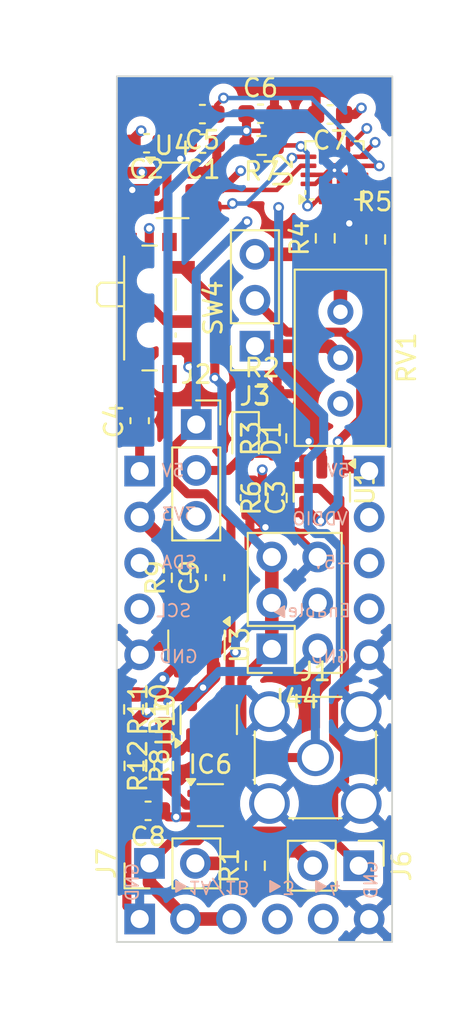
<source format=kicad_pcb>
(kicad_pcb (version 20241229) (generator "pcbnew") (generator_version "9.0")
  (layers (0 "F.Cu" signal) (4 "In1.Cu" signal) (6 "In2.Cu" signal) (2 "B.Cu" signal) (13 "F.Paste" user) (15 "B.Paste" user) (5 "F.SilkS" user "F.Silkscreen") (7 "B.SilkS" user "B.Silkscreen") (1 "F.Mask" user) (3 "B.Mask" user) (25 "Edge.Cuts" user))
  (net 0 "")
  (net 1 "GND")
  (net 2 "Net-(U4-Vref)")
  (net 3 "Net-(U4-VDD)")
  (net 4 "3.3V")
  (net 5 "/V_LSL_LDO")
  (net 6 "/5V")
  (net 7 "Net-(SW4-B)")
  (net 8 "A3.3V")
  (net 9 "Net-(U3-IN)")
  (net 10 "/V_LSL_load")
  (net 11 "/VDDIO")
  (net 12 "/Vout_diff")
  (net 13 "/SCL")
  (net 14 "/-5V")
  (net 15 "/LDO_EN_EXT")
  (net 16 "/SDA")
  (net 17 "/Vout_B")
  (net 18 "Net-(D1-K)")
  (net 19 "Net-(D1-A)")
  (net 20 "/REF_INA")
  (net 21 "/ADC0")
  (net 22 "/V_ldo_feedback")
  (net 23 "/DAC_out")
  (net 24 "Net-(J3-Pin_1)")
  (net 25 "Net-(J6-Pin_2)")
  (net 26 "Net-(J7-Pin_2)")
  (net 27 "Net-(J44-Pin_4)")
  (net 28 "Net-(R5-Pad1)")
  (net 29 "Net-(U2-!RESET)")
  (net 30 "Net-(U3-FB)")
  (net 31 "Net-(U3-EN)")
  (net 32 "Net-(U10-+)")
  (footprint "Connector_Coaxial:SMA_Amphenol_901-144_Vertical" (layer "F.Cu") (at 133.0425 102.325)
    (property "Reference" "J1" (at 0 -4.75 0) (layer "F.SilkS"))
    (property "Value" "Conn_Coaxial")
    (pad "1" thru_hole circle (at 0 0) (size 2.05 2.05) (drill 1.5) (layers "*.Cu" "*.Mask") (net 21 "/ADC0"))
    (pad "2" thru_hole circle (at -2.54 -2.54) (size 2.25 2.25) (drill 1.7) (layers "*.Cu" "*.Mask") (net 1 "GND"))
    (pad "2" thru_hole circle (at -2.54 2.54) (size 2.25 2.25) (drill 1.7) (layers "*.Cu" "*.Mask") (net 1 "GND"))
    (pad "2" thru_hole circle (at 2.54 -2.54) (size 2.25 2.25) (drill 1.7) (layers "*.Cu" "*.Mask") (net 1 "GND"))
    (pad "2" thru_hole circle (at 2.54 2.54) (size 2.25 2.25) (drill 1.7) (layers "*.Cu" "*.Mask") (net 1 "GND"))
  )
  (footprint "heep-footprints:chewing-gum-pcb" (layer "F.Cu") (at 122.05 112.52)
    (property "Reference" "CG1" (hide yes))
    (property "Value" "BOARD_CONNECTOR" (hide yes))
    (fp_line (start 0 -27.94) (end 0 0) (stroke (width 0.1)) (layer "Edge.Cuts"))
    (fp_line (start 0 0) (end 15.24 0) (stroke (width 0.1)) (layer "Edge.Cuts"))
    (fp_line (start 15.24 0) (end 15.24 -27.94) (stroke (width 0.1)) (layer "Edge.Cuts"))
    (fp_text user "GND" (at 14.478 -4.572 90) (layer "B.SilkS") (effects (font (size 0.7 0.7) (thickness 0.1)) (justify left bottom mirror)))
    (fp_text user "VDDIO" (at 9.652 -22.987 0) (layer "B.SilkS") (effects (font (size 0.7 0.7) (thickness 0.1)) (justify right bottom mirror)))
    (fp_text user "5V" (at 2.413 -25.654 0) (layer "B.SilkS") (effects (font (size 0.7 0.7) (thickness 0.1)) (justify right bottom mirror)))
    (fp_text user "SCL" (at 4.191 -17.907 0) (layer "B.SilkS") (effects (font (size 0.7 0.7) (thickness 0.1)) (justify left bottom mirror)))
    (fp_text user "SDA" (at 2.413 -20.574 0) (layer "B.SilkS") (effects (font (size 0.7 0.7) (thickness 0.1)) (justify right bottom mirror)))
    (fp_text user "Enable▶" (at 8.509 -17.907 0) (layer "B.SilkS") (effects (font (size 0.7 0.7) (thickness 0.1)) (justify right bottom mirror)))
    (fp_text user "GND" (at 1.27 -4.445 90) (layer "B.SilkS") (effects (font (size 0.7 0.7) (thickness 0.1)) (justify left bottom mirror)))
    (fp_text user "3V3" (at 2.413 -23.241 0) (layer "B.SilkS") (effects (font (size 0.7 0.7) (thickness 0.1)) (justify right bottom mirror)))
    (fp_text user "GND" (at 10.668 -15.367 0) (layer "B.SilkS") (effects (font (size 0.7 0.7) (thickness 0.1)) (justify right bottom mirror)))
    (fp_text user "▶3" (at 8.255 -3.429 180) (layer "B.SilkS") (effects (font (size 0.7 0.7) (thickness 0.1)) (justify left bottom mirror)))
    (fp_text user "▶1A/1B" (at 3.048 -3.429 180) (layer "B.SilkS") (effects (font (size 0.7 0.7) (thickness 0.1)) (justify left bottom mirror)))
    (fp_text user "5V" (at 11.557 -25.654 0) (layer "B.SilkS") (effects (font (size 0.7 0.7) (thickness 0.1)) (justify right bottom mirror)))
    (fp_text user "GND" (at 2.286 -15.367 0) (layer "B.SilkS") (effects (font (size 0.7 0.7) (thickness 0.1)) (justify right bottom mirror)))
    (fp_text user "▶4" (at 10.795 -3.429 180) (layer "B.SilkS") (effects (font (size 0.7 0.7) (thickness 0.1)) (justify left bottom mirror)))
    (fp_text user "-5V" (at 10.795 -20.574 0) (layer "B.SilkS") (effects (font (size 0.7 0.7) (thickness 0.1)) (justify right bottom mirror)))
    (pad "A1" thru_hole rect (at 1.27 -26.035 90) (size 1.7 1.7) (drill 1) (layers "*.Cu" "*.Mask") (net 6 "/5V"))
    (pad "A2" thru_hole circle (at 1.27 -23.495 90) (size 1.7 1.7) (drill 1) (layers "*.Cu" "*.Mask") (net 4 "3.3V"))
    (pad "A3" thru_hole circle (at 1.27 -20.955 90) (size 1.7 1.7) (drill 1) (layers "*.Cu" "*.Mask") (net 16 "/SDA"))
    (pad "A4" thru_hole circle (at 1.27 -18.415 90) (size 1.7 1.7) (drill 1) (layers "*.Cu" "*.Mask") (net 13 "/SCL"))
    (pad "A5" thru_hole circle (at 1.27 -15.875 90) (size 1.7 1.7) (drill 1) (layers "*.Cu" "*.Mask") (net 1 "GND"))
    (pad "B1" thru_hole rect (at 13.97 -26.035 90) (size 1.7 1.7) (drill 1) (layers "*.Cu" "*.Mask") (net 6 "/5V"))
    (pad "B2" thru_hole circle (at 13.97 -23.495 90) (size 1.7 1.7) (drill 1) (layers "*.Cu" "*.Mask") (net 11 "/VDDIO"))
    (pad "B3" thru_hole circle (at 13.97 -20.955 90) (size 1.7 1.7) (drill 1) (layers "*.Cu" "*.Mask") (net 14 "/-5V"))
    (pad "B4" thru_hole circle (at 13.97 -18.415 90) (size 1.7 1.7) (drill 1) (layers "*.Cu" "*.Mask") (net 15 "/LDO_EN_EXT"))
    (pad "B5" thru_hole circle (at 13.97 -15.875 90) (size 1.7 1.7) (drill 1) (layers "*.Cu" "*.Mask") (net 1 "GND"))
    (pad "C1" thru_hole rect (at 1.27 -1.27) (size 1.7 1.7) (drill 1) (layers "*.Cu" "*.Mask") (net 1 "GND"))
    (pad "C2" thru_hole circle (at 3.81 -1.27) (size 1.7 1.7) (drill 1) (layers "*.Cu" "*.Mask") (net 10 "/V_LSL_load"))
    (pad "C3" thru_hole circle (at 6.35 -1.27) (size 1.7 1.7) (drill 1) (layers "*.Cu" "*.Mask") (net 10 "/V_LSL_load"))
    (pad "C4" thru_hole circle (at 8.89 -1.27) (size 1.7 1.7) (drill 1) (layers "*.Cu" "*.Mask") (net 12 "/Vout_diff"))
    (pad "C5" thru_hole circle (at 11.43 -1.27) (size 1.7 1.7) (drill 1) (layers "*.Cu" "*.Mask") (net 17 "/Vout_B"))
    (pad "C6" thru_hole circle (at 13.97 -1.27) (size 1.7 1.7) (drill 1) (layers "*.Cu" "*.Mask") (net 1 "GND"))
  )
  (footprint "Resistor_SMD:R_0603_1608Metric" (layer "F.Cu") (at 133.59 73.615 90)
    (property "Reference" "R4" (at 0 -1.43 90) (layer "F.SilkS"))
    (property "Value" "48.7k")
    (pad "1" smd roundrect (at -0.825 0 90) (size 0.8 0.95) (layers "F.Cu" "F.Mask" "F.Paste") (net 23 "/DAC_out"))
    (pad "2" smd roundrect (at 0.825 0 90) (size 0.8 0.95) (layers "F.Cu" "F.Mask" "F.Paste") (net 1 "GND"))
  )
  (footprint "Resistor_SMD:R_0603_1608Metric" (layer "F.Cu") (at 130.1 82.21)
    (property "Reference" "R2" (at 0 -1.43 0) (layer "F.SilkS"))
    (property "Value" "1k")
    (pad "1" smd roundrect (at -0.825 0) (size 0.8 0.95) (layers "F.Cu" "F.Mask" "F.Paste") (net 18 "Net-(D1-K)"))
    (pad "2" smd roundrect (at 0.825 0) (size 0.8 0.95) (layers "F.Cu" "F.Mask" "F.Paste") (net 1 "GND"))
  )
  (footprint "Capacitor_SMD:C_0603_1608Metric" (layer "F.Cu") (at 126.79 66.75 180)
    (property "Reference" "C5" (at 0 -1.43 0) (layer "F.SilkS"))
    (property "Value" "0.1u")
    (pad "1" smd roundrect (at -0.775 0 180) (size 0.9 0.95) (layers "F.Cu" "F.Mask" "F.Paste") (net 7 "Net-(SW4-B)"))
    (pad "2" smd roundrect (at 0.775 0 180) (size 0.9 0.95) (layers "F.Cu" "F.Mask" "F.Paste") (net 1 "GND"))
  )
  (footprint "Capacitor_SMD:C_0603_1608Metric" (layer "F.Cu") (at 130.005 66.73)
    (property "Reference" "C6" (at 0 -1.43 0) (layer "F.SilkS"))
    (property "Value" "0.1u")
    (pad "1" smd roundrect (at -0.775 0) (size 0.9 0.95) (layers "F.Cu" "F.Mask" "F.Paste") (net 4 "3.3V"))
    (pad "2" smd roundrect (at 0.775 0) (size 0.9 0.95) (layers "F.Cu" "F.Mask" "F.Paste") (net 1 "GND"))
  )
  (footprint "Resistor_SMD:R_0603_1608Metric" (layer "F.Cu") (at 125.6225 92.385 90)
    (property "Reference" "R9" (at 0 -1.43 90) (layer "F.SilkS"))
    (property "Value" "10k")
    (pad "1" smd roundrect (at -0.825 0 90) (size 0.8 0.95) (layers "F.Cu" "F.Mask" "F.Paste") (net 31 "Net-(U3-EN)"))
    (pad "2" smd roundrect (at 0.825 0 90) (size 0.8 0.95) (layers "F.Cu" "F.Mask" "F.Paste") (net 4 "3.3V"))
  )
  (footprint "Package_TO_SOT_SMD:SOT-23-5" (layer "F.Cu") (at 126.4625 96.0975 -90)
    (property "Reference" "U3" (at 0 -2.4 90) (layer "F.SilkS"))
    (property "Value" "TLV75801PDBV")
    (pad "1" smd roundrect (at -1.1375 -0.95 270) (size 1.325 0.6) (layers "F.Cu" "F.Mask" "F.Paste") (net 9 "Net-(U3-IN)"))
    (pad "2" smd roundrect (at -1.1375 0 270) (size 1.325 0.6) (layers "F.Cu" "F.Mask" "F.Paste") (net 1 "GND"))
    (pad "3" smd roundrect (at -1.1375 0.95 270) (size 1.325 0.6) (layers "F.Cu" "F.Mask" "F.Paste") (net 31 "Net-(U3-EN)"))
    (pad "4" smd roundrect (at 1.1375 0.95 270) (size 1.325 0.6) (layers "F.Cu" "F.Mask" "F.Paste") (net 30 "Net-(U3-FB)"))
    (pad "5" smd roundrect (at 1.1375 -0.95 270) (size 1.325 0.6) (layers "F.Cu" "F.Mask" "F.Paste") (net 8 "A3.3V"))
  )
  (footprint "Package_DFN_QFN:Texas_RTE0016D_WQFN-16-1EP_3x3mm_P0.5mm_EP0.8x0.8mm_ThermalVias" (layer "F.Cu") (at 134.1 69.8575 90)
    (property "Reference" "U2" (at 0 -2.83 90) (layer "F.SilkS"))
    (property "Value" "ADS1219")
    (pad "1" smd roundrect (at -1.4375 -0.75 90) (size 0.875 0.25) (layers "F.Cu" "F.Mask" "F.Paste") (net 29 "Net-(U2-!RESET)"))
    (pad "2" smd roundrect (at -1.4375 -0.25 90) (size 0.875 0.25) (layers "F.Cu" "F.Mask" "F.Paste") (net 1 "GND"))
    (pad "3" smd roundrect (at -1.4375 0.25 90) (size 0.875 0.25) (layers "F.Cu" "F.Mask" "F.Paste") (net 1 "GND"))
    (pad "4" smd roundrect (at -1.4375 0.75 90) (size 0.875 0.25) (layers "F.Cu" "F.Mask" "F.Paste"))
    (pad "5" smd roundrect (at -0.75 1.4375 90) (size 0.25 0.875) (layers "F.Cu" "F.Mask" "F.Paste"))
    (pad "6" smd roundrect (at -0.25 1.4375 90) (size 0.25 0.875) (layers "F.Cu" "F.Mask" "F.Paste") (net 1 "GND"))
    (pad "7" smd roundrect (at 0.25 1.4375 90) (size 0.25 0.875) (layers "F.Cu" "F.Mask" "F.Paste") (net 7 "Net-(SW4-B)"))
    (pad "8" smd roundrect (at 0.75 1.4375 90) (size 0.25 0.875) (layers "F.Cu" "F.Mask" "F.Paste") (net 5 "/V_LSL_LDO"))
    (pad "9" smd roundrect (at 1.4375 0.75 90) (size 0.875 0.25) (layers "F.Cu" "F.Mask" "F.Paste") (net 21 "/ADC0"))
    (pad "10" smd roundrect (at 1.4375 0.25 90) (size 0.875 0.25) (layers "F.Cu" "F.Mask" "F.Paste") (net 8 "A3.3V"))
    (pad "11" smd roundrect (at 1.4375 -0.25 90) (size 0.875 0.25) (layers "F.Cu" "F.Mask" "F.Paste") (net 4 "3.3V"))
    (pad "12" smd roundrect (at 1.4375 -0.75 90) (size 0.875 0.25) (layers "F.Cu" "F.Mask" "F.Paste"))
    (pad "13" smd roundrect (at 0.75 -1.4375 90) (size 0.25 0.875) (layers "F.Cu" "F.Mask" "F.Paste") (net 16 "/SDA"))
    (pad "14" smd roundrect (at 0.25 -1.4375 90) (size 0.25 0.875) (layers "F.Cu" "F.Mask" "F.Paste") (net 13 "/SCL"))
    (pad "15" smd roundrect (at -0.25 -1.4375 90) (size 0.25 0.875) (layers "F.Cu" "F.Mask" "F.Paste") (net 1 "GND"))
    (pad "16" smd roundrect (at -0.75 -1.4375 90) (size 0.25 0.875) (layers "F.Cu" "F.Mask" "F.Paste") (net 1 "GND"))
    (pad "17" thru_hole circle (at 0 0 90) (size 0.5 0.5) (drill 0.2) (property pad_prop_heatsink) (layers "*.Cu") (net 1 "GND"))
    (pad "17" smd rect (at 0 0 90) (size 0.5 0.5) (property pad_prop_heatsink) (layers "B.Cu") (net 1 "GND"))
    (pad "17" smd rect (at 0 0 90) (size 0.8 0.8) (property pad_prop_heatsink) (layers "F.Cu" "F.Mask") (net 1 "GND"))
  )
  (footprint "Connector_PinSocket_2.54mm:PinSocket_2x03_P2.54mm_Vertical" (layer "F.Cu") (at 130.6325 96.315 180)
    (property "Reference" "J44" (at -1.27 -2.77 0) (layer "F.SilkS"))
    (property "Value" "Conn_02x03_Odd_Even")
    (pad "1" thru_hole rect (at 0 0 180) (size 1.7 1.7) (drill 1) (layers "*.Cu" "*.Mask") (net 20 "/REF_INA"))
    (pad "2" thru_hole circle (at -2.54 0 180) (size 1.7 1.7) (drill 1) (layers "*.Cu" "*.Mask") (net 8 "A3.3V"))
    (pad "3" thru_hole circle (at 0 2.54 180) (size 1.7 1.7) (drill 1) (layers "*.Cu" "*.Mask") (net 20 "/REF_INA"))
    (pad "4" thru_hole circle (at -2.54 2.54 180) (size 1.7 1.7) (drill 1) (layers "*.Cu" "*.Mask") (net 27 "Net-(J44-Pin_4)"))
    (pad "5" thru_hole circle (at 0 5.08 180) (size 1.7 1.7) (drill 1) (layers "*.Cu" "*.Mask") (net 20 "/REF_INA"))
    (pad "6" thru_hole circle (at -2.54 5.08 180) (size 1.7 1.7) (drill 1) (layers "*.Cu" "*.Mask") (net 1 "GND"))
  )
  (footprint "Resistor_SMD:R_0603_1608Metric" (layer "F.Cu") (at 124.65 102.795 90)
    (property "Reference" "R12" (at 0 -1.43 90) (layer "F.SilkS"))
    (property "Value" "500")
    (pad "1" smd roundrect (at -0.825 0 90) (size 0.8 0.95) (layers "F.Cu" "F.Mask" "F.Paste") (net 1 "GND"))
    (pad "2" smd roundrect (at 0.825 0 90) (size 0.8 0.95) (layers "F.Cu" "F.Mask" "F.Paste") (net 32 "Net-(U10-+)"))
  )
  (footprint "Resistor_SMD:R_0603_1608Metric" (layer "F.Cu") (at 130.07 68.48 180)
    (property "Reference" "R7" (at 0 -1.43 0) (layer "F.SilkS"))
    (property "Value" "10k")
    (pad "1" smd roundrect (at -0.825 0 180) (size 0.8 0.95) (layers "F.Cu" "F.Mask" "F.Paste") (net 29 "Net-(U2-!RESET)"))
    (pad "2" smd roundrect (at 0.825 0 180) (size 0.8 0.95) (layers "F.Cu" "F.Mask" "F.Paste") (net 4 "3.3V"))
  )
  (footprint "Connector_PinSocket_2.54mm:PinSocket_1x03_P2.54mm_Vertical" (layer "F.Cu") (at 126.45 83.91)
    (property "Reference" "J2" (at 0 -2.77 0) (layer "F.SilkS"))
    (property "Value" "Conn_01x03")
    (pad "1" thru_hole rect (at 0 0) (size 1.7 1.7) (drill 1) (layers "*.Cu" "*.Mask") (net 8 "A3.3V"))
    (pad "2" thru_hole circle (at 0 2.54) (size 1.7 1.7) (drill 1) (layers "*.Cu" "*.Mask") (net 19 "Net-(D1-A)"))
    (pad "3" thru_hole circle (at 0 5.08) (size 1.7 1.7) (drill 1) (layers "*.Cu" "*.Mask") (net 15 "/LDO_EN_EXT"))
  )
  (footprint "Resistor_SMD:R_0603_1608Metric" (layer "F.Cu") (at 124.6625 99.655 90)
    (property "Reference" "R11" (at 0 -1.43 90) (layer "F.SilkS"))
    (property "Value" "500")
    (pad "1" smd roundrect (at -0.825 0 90) (size 0.8 0.95) (layers "F.Cu" "F.Mask" "F.Paste") (net 32 "Net-(U10-+)"))
    (pad "2" smd roundrect (at 0.825 0 90) (size 0.8 0.95) (layers "F.Cu" "F.Mask" "F.Paste") (net 8 "A3.3V"))
  )
  (footprint "Capacitor_SMD:C_0603_1608Metric" (layer "F.Cu") (at 129.42 87.955 -90)
    (property "Reference" "C3" (at 0 -1.43 90) (layer "F.SilkS"))
    (property "Value" "22u")
    (pad "1" smd roundrect (at -0.775 0 270) (size 0.9 0.95) (layers "F.Cu" "F.Mask" "F.Paste") (net 5 "/V_LSL_LDO"))
    (pad "2" smd roundrect (at 0.775 0 270) (size 0.9 0.95) (layers "F.Cu" "F.Mask" "F.Paste") (net 1 "GND"))
  )
  (footprint "Package_TO_SOT_SMD:TSOT-23-6_HandSoldering" (layer "F.Cu") (at 125.14 70.94)
    (property "Reference" "U4" (at 0 -2.45 0) (layer "F.SilkS"))
    (property "Value" "MCP4726")
    (pad "1" smd roundrect (at -1.71 -0.95) (size 2 0.65) (layers "F.Cu" "F.Mask" "F.Paste") (net 23 "/DAC_out"))
    (pad "2" smd roundrect (at -1.71 0) (size 2 0.65) (layers "F.Cu" "F.Mask" "F.Paste") (net 1 "GND"))
    (pad "3" smd roundrect (at -1.71 0.95) (size 2 0.65) (layers "F.Cu" "F.Mask" "F.Paste") (net 3 "Net-(U4-VDD)"))
    (pad "4" smd roundrect (at 1.71 0.95) (size 2 0.65) (layers "F.Cu" "F.Mask" "F.Paste") (net 16 "/SDA"))
    (pad "5" smd roundrect (at 1.71 0) (size 2 0.65) (layers "F.Cu" "F.Mask" "F.Paste") (net 13 "/SCL"))
    (pad "6" smd roundrect (at 1.71 -0.95) (size 2 0.65) (layers "F.Cu" "F.Mask" "F.Paste") (net 2 "Net-(U4-Vref)"))
  )
  (footprint "Capacitor_SMD:C_0603_1608Metric" (layer "F.Cu") (at 126.815 68.38 180)
    (property "Reference" "C1" (at 0 -1.43 0) (layer "F.SilkS"))
    (property "Value" "0.1u")
    (pad "1" smd roundrect (at -0.775 0 180) (size 0.9 0.95) (layers "F.Cu" "F.Mask" "F.Paste") (net 2 "Net-(U4-Vref)"))
    (pad "2" smd roundrect (at 0.775 0 180) (size 0.9 0.95) (layers "F.Cu" "F.Mask" "F.Paste") (net 1 "GND"))
  )
  (footprint "Capacitor_SMD:C_0603_1608Metric" (layer "F.Cu") (at 123.7 68.36 180)
    (property "Reference" "C2" (at 0 -1.43 0) (layer "F.SilkS"))
    (property "Value" "0.1u")
    (pad "1" smd roundrect (at -0.775 0 180) (size 0.9 0.95) (layers "F.Cu" "F.Mask" "F.Paste") (net 3 "Net-(U4-VDD)"))
    (pad "2" smd roundrect (at 0.775 0 180) (size 0.9 0.95) (layers "F.Cu" "F.Mask" "F.Paste") (net 4 "3.3V"))
  )
  (footprint "Button_Switch_SMD:SW_SPDT_PCM12" (layer "F.Cu") (at 124.19 77.47 -90)
    (property "Reference" "SW4" (at 0 -3.2 90) (layer "F.SilkS"))
    (property "Value" "SW_SPDT")
    (pad "" smd rect (at -3.65 -0.78 270) (size 1 0.8) (layers "F.Cu" "F.Mask" "F.Paste"))
    (pad "" smd rect (at -3.65 1.43 270) (size 1 0.8) (layers "F.Cu" "F.Mask" "F.Paste"))
    (pad "" np_thru_hole circle (at -1.5 0.33 270) (size 0.9 0.9) (drill 0.9) (layers "*.Cu" "*.Mask"))
    (pad "" np_thru_hole circle (at 1.5 0.33 270) (size 0.9 0.9) (drill 0.9) (layers "*.Cu" "*.Mask"))
    (pad "" smd rect (at 3.65 -0.78 270) (size 1 0.8) (layers "F.Cu" "F.Mask" "F.Paste"))
    (pad "" smd rect (at 3.65 1.43 270) (size 1 0.8) (layers "F.Cu" "F.Mask" "F.Paste"))
    (pad "1" smd rect (at -2.25 -1.43 270) (size 0.7 1.5) (layers "F.Cu" "F.Mask" "F.Paste") (net 20 "/REF_INA"))
    (pad "2" smd rect (at 0.75 -1.43 270) (size 0.7 1.5) (layers "F.Cu" "F.Mask" "F.Paste") (net 7 "Net-(SW4-B)"))
    (pad "3" smd rect (at 2.25 -1.43 270) (size 0.7 1.5) (layers "F.Cu" "F.Mask" "F.Paste") (net 8 "A3.3V"))
  )
  (footprint "Connector_PinHeader_2.54mm:PinHeader_1x02_P2.54mm_Vertical" (layer "F.Cu") (at 135.4425 108.305 -90)
    (property "Reference" "J6" (at 0 -2.38 90) (layer "F.SilkS"))
    (property "Value" "Conn_02x01")
    (pad "1" thru_hole rect (at 0 0 270) (size 1.7 1.7) (drill 1) (layers "*.Cu" "*.Mask") (net 5 "/V_LSL_LDO"))
    (pad "2" thru_hole circle (at 0 2.54 270) (size 1.7 1.7) (drill 1) (layers "*.Cu" "*.Mask") (net 25 "Net-(J6-Pin_2)"))
  )
  (footprint "Resistor_SMD:R_0603_1608Metric" (layer "F.Cu") (at 130.93 87.965 90)
    (property "Reference" "R6" (at 0 -1.43 90) (layer "F.SilkS"))
    (property "Value" "46k4")
    (pad "1" smd roundrect (at -0.825 0 90) (size 0.8 0.95) (layers "F.Cu" "F.Mask" "F.Paste") (net 22 "/V_ldo_feedback"))
    (pad "2" smd roundrect (at 0.825 0 90) (size 0.8 0.95) (layers "F.Cu" "F.Mask" "F.Paste") (net 5 "/V_LSL_LDO"))
  )
  (footprint "Resistor_SMD:R_0603_1608Metric" (layer "F.Cu") (at 129.7225 108.305 90)
    (property "Reference" "R1" (at 0 -1.43 90) (layer "F.SilkS"))
    (property "Value" "10")
    (pad "1" smd roundrect (at -0.825 0 90) (size 0.8 0.95) (layers "F.Cu" "F.Mask" "F.Paste") (net 26 "Net-(J7-Pin_2)"))
    (pad "2" smd roundrect (at 0.825 0 90) (size 0.8 0.95) (layers "F.Cu" "F.Mask" "F.Paste") (net 25 "Net-(J6-Pin_2)"))
  )
  (footprint "Package_TO_SOT_SMD:SOT-363_SC-70-6" (layer "F.Cu") (at 127.2325 104.955)
    (property "Reference" "IC6" (at 0 -2.25 0) (layer "F.SilkS"))
    (property "Value" "INA212AIDCKR")
    (pad "1" smd roundrect (at -0.95 -0.65) (size 0.65 0.4) (layers "F.Cu" "F.Mask" "F.Paste") (net 20 "/REF_INA"))
    (pad "2" smd roundrect (at -0.95 0) (size 0.65 0.4) (layers "F.Cu" "F.Mask" "F.Paste") (net 1 "GND"))
    (pad "3" smd roundrect (at -0.95 0.65) (size 0.65 0.4) (layers "F.Cu" "F.Mask" "F.Paste") (net 8 "A3.3V"))
    (pad "4" smd roundrect (at 0.95 0.65) (size 0.65 0.4) (layers "F.Cu" "F.Mask" "F.Paste") (net 5 "/V_LSL_LDO"))
    (pad "5" smd roundrect (at 0.95 0) (size 0.65 0.4) (layers "F.Cu" "F.Mask" "F.Paste") (net 10 "/V_LSL_load"))
    (pad "6" smd roundrect (at 0.95 -0.65) (size 0.65 0.4) (layers "F.Cu" "F.Mask" "F.Paste") (net 21 "/ADC0"))
  )
  (footprint "Resistor_SMD:R_0603_1608Metric" (layer "F.Cu") (at 130.91 84.68 90)
    (property "Reference" "R3" (at 0 -1.43 90) (layer "F.SilkS"))
    (property "Value" "10k")
    (pad "1" smd roundrect (at -0.825 0 90) (size 0.8 0.95) (layers "F.Cu" "F.Mask" "F.Paste") (net 19 "Net-(D1-A)"))
    (pad "2" smd roundrect (at 0.825 0 90) (size 0.8 0.95) (layers "F.Cu" "F.Mask" "F.Paste") (net 1 "GND"))
  )
  (footprint "Package_TO_SOT_SMD:SOT-23-5" (layer "F.Cu") (at 127.1425 100.2275 90)
    (property "Reference" "U10" (at 0 -2.4 90) (layer "F.SilkS"))
    (property "Value" "LM321")
    (pad "1" smd roundrect (at -1.1375 -0.95 90) (size 1.325 0.6) (layers "F.Cu" "F.Mask" "F.Paste") (net 32 "Net-(U10-+)"))
    (pad "2" smd roundrect (at -1.1375 0 90) (size 1.325 0.6) (layers "F.Cu" "F.Mask" "F.Paste") (net 1 "GND"))
    (pad "3" smd roundrect (at -1.1375 0.95 90) (size 1.325 0.6) (layers "F.Cu" "F.Mask" "F.Paste") (net 27 "Net-(J44-Pin_4)"))
    (pad "4" smd roundrect (at 1.1375 0.95 90) (size 1.325 0.6) (layers "F.Cu" "F.Mask" "F.Paste") (net 27 "Net-(J44-Pin_4)"))
    (pad "5" smd roundrect (at 1.1375 -0.95 90) (size 1.325 0.6) (layers "F.Cu" "F.Mask" "F.Paste") (net 8 "A3.3V"))
  )
  (footprint "Potentiometer_THT:Potentiometer_Bourns_3296W_Vertical" (layer "F.Cu") (at 134.43 82.76 -90)
    (property "Reference" "RV1" (at -2.54 -3.66 90) (layer "F.SilkS"))
    (property "Value" "500K")
    (pad "1" thru_hole circle (at 0 0 270) (size 1.44 1.44) (drill 0.8) (layers "*.Cu" "*.Mask"))
    (pad "2" thru_hole circle (at -2.54 0 270) (size 1.44 1.44) (drill 0.8) (layers "*.Cu" "*.Mask") (net 24 "Net-(J3-Pin_1)"))
    (pad "3" thru_hole circle (at -5.08 0 270) (size 1.44 1.44) (drill 0.8) (layers "*.Cu" "*.Mask") (net 28 "Net-(R5-Pad1)"))
  )
  (footprint "Capacitor_SMD:C_0603_1608Metric" (layer "F.Cu") (at 123.785 105.27 180)
    (property "Reference" "C8" (at 0 -1.43 0) (layer "F.SilkS"))
    (property "Value" "0.1u")
    (pad "1" smd roundrect (at -0.775 0 180) (size 0.9 0.95) (layers "F.Cu" "F.Mask" "F.Paste") (net 8 "A3.3V"))
    (pad "2" smd roundrect (at 0.775 0 180) (size 0.9 0.95) (layers "F.Cu" "F.Mask" "F.Paste") (net 1 "GND"))
  )
  (footprint "LED_SMD:LED_0603_1608Metric" (layer "F.Cu") (at 129.18 84.7075 -90)
    (property "Reference" "D1" (at 0 -1.43 90) (layer "F.SilkS"))
    (property "Value" "LED")
    (pad "1" smd roundrect (at -0.7875 0 270) (size 0.875 0.95) (layers "F.Cu" "F.Mask" "F.Paste") (net 18 "Net-(D1-K)"))
    (pad "2" smd roundrect (at 0.7875 0 270) (size 0.875 0.95) (layers "F.Cu" "F.Mask" "F.Paste") (net 19 "Net-(D1-A)"))
  )
  (footprint "Capacitor_SMD:C_0603_1608Metric" (layer "F.Cu") (at 133.86 66.77 180)
    (property "Reference" "C7" (at 0 -1.43 0) (layer "F.SilkS"))
    (property "Value" "0.1u")
    (pad "1" smd roundrect (at -0.775 0 180) (size 0.9 0.95) (layers "F.Cu" "F.Mask" "F.Paste") (net 8 "A3.3V"))
    (pad "2" smd roundrect (at 0.775 0 180) (size 0.9 0.95) (layers "F.Cu" "F.Mask" "F.Paste") (net 1 "GND"))
  )
  (footprint "Resistor_SMD:R_0603_1608Metric" (layer "F.Cu") (at 123.0025 102.785 -90)
    (property "Reference" "R8" (at 0 -1.43 90) (layer "F.SilkS"))
    (property "Value" "20k")
    (pad "1" smd roundrect (at -0.825 0 270) (size 0.8 0.95) (layers "F.Cu" "F.Mask" "F.Paste") (net 30 "Net-(U3-FB)"))
    (pad "2" smd roundrect (at 0.825 0 270) (size 0.8 0.95) (layers "F.Cu" "F.Mask" "F.Paste") (net 1 "GND"))
  )
  (footprint "Connector_PinSocket_2.54mm:PinSocket_1x03_P2.54mm_Vertical" (layer "F.Cu") (at 129.7 79.58 180)
    (property "Reference" "J3" (at 0 -2.77 0) (layer "F.SilkS"))
    (property "Value" "Conn_01x03")
    (pad "1" thru_hole rect (at 0 0 180) (size 1.7 1.7) (drill 1) (layers "*.Cu" "*.Mask") (net 24 "Net-(J3-Pin_1)"))
    (pad "2" thru_hole circle (at 0 2.54 180) (size 1.7 1.7) (drill 1) (layers "*.Cu" "*.Mask") (net 22 "/V_ldo_feedback"))
    (pad "3" thru_hole circle (at 0 5.08 180) (size 1.7 1.7) (drill 1) (layers "*.Cu" "*.Mask") (net 23 "/DAC_out"))
  )
  (footprint "Package_TO_SOT_SMD:SOT-23-5" (layer "F.Cu") (at 133.4 87.3725 -90)
    (property "Reference" "U1" (at 0 -2.4 90) (layer "F.SilkS"))
    (property "Value" "TLV75801PDBV")
    (pad "1" smd roundrect (at -1.1375 -0.95 270) (size 1.325 0.6) (layers "F.Cu" "F.Mask" "F.Paste") (net 6 "/5V"))
    (pad "2" smd roundrect (at -1.1375 0 270) (size 1.325 0.6) (layers "F.Cu" "F.Mask" "F.Paste") (net 1 "GND"))
    (pad "3" smd roundrect (at -1.1375 0.95 270) (size 1.325 0.6) (layers "F.Cu" "F.Mask" "F.Paste") (net 19 "Net-(D1-A)"))
    (pad "4" smd roundrect (at 1.1375 0.95 270) (size 1.325 0.6) (layers "F.Cu" "F.Mask" "F.Paste") (net 22 "/V_ldo_feedback"))
    (pad "5" smd roundrect (at 1.1375 -0.95 270) (size 1.325 0.6) (layers "F.Cu" "F.Mask" "F.Paste") (net 5 "/V_LSL_LDO"))
  )
  (footprint "Connector_PinHeader_2.54mm:PinHeader_1x02_P2.54mm_Vertical" (layer "F.Cu") (at 123.8625 108.175 90)
    (property "Reference" "J7" (at 0 -2.38 90) (layer "F.SilkS"))
    (property "Value" "Conn_02x01")
    (pad "1" thru_hole rect (at 0 0 90) (size 1.7 1.7) (drill 1) (layers "*.Cu" "*.Mask") (net 10 "/V_LSL_load"))
    (pad "2" thru_hole circle (at 0 2.54 90) (size 1.7 1.7) (drill 1) (layers "*.Cu" "*.Mask") (net 26 "Net-(J7-Pin_2)"))
  )
  (footprint "Resistor_SMD:R_0603_1608Metric" (layer "F.Cu") (at 136.38 73.68 90)
    (property "Reference" "R5" (at 2.08 -0.05 180) (layer "F.SilkS"))
    (property "Value" "36k")
    (pad "1" smd roundrect (at -0.825 0 90) (size 0.8 0.95) (layers "F.Cu" "F.Mask" "F.Paste") (net 28 "Net-(R5-Pad1)"))
    (pad "2" smd roundrect (at 0.825 0 90) (size 0.8 0.95) (layers "F.Cu" "F.Mask" "F.Paste") (net 1 "GND"))
  )
  (footprint "Resistor_SMD:R_0603_1608Metric" (layer "F.Cu") (at 122.9825 99.66 -90)
    (property "Reference" "R10" (at 0 -1.43 90) (layer "F.SilkS"))
    (property "Value" "100k")
    (pad "1" smd roundrect (at -0.825 0 270) (size 0.8 0.95) (layers "F.Cu" "F.Mask" "F.Paste") (net 8 "A3.3V"))
    (pad "2" smd roundrect (at 0.825 0 270) (size 0.8 0.95) (layers "F.Cu" "F.Mask" "F.Paste") (net 30 "Net-(U3-FB)"))
  )
  (footprint "Capacitor_SMD:C_0603_1608Metric" (layer "F.Cu") (at 127.4925 92.375 90)
    (property "Reference" "C9" (at 0 -1.43 90) (layer "F.SilkS"))
    (property "Value" "1u")
    (pad "1" smd roundrect (at -0.775 0 90) (size 0.9 0.95) (layers "F.Cu" "F.Mask" "F.Paste") (net 9 "Net-(U3-IN)"))
    (pad "2" smd roundrect (at 0.775 0 90) (size 0.9 0.95) (layers "F.Cu" "F.Mask" "F.Paste") (net 1 "GND"))
  )
  (footprint "Capacitor_SMD:C_0603_1608Metric" (layer "F.Cu") (at 123.32 83.7 90)
    (property "Reference" "C4" (at 0 -1.43 90) (layer "F.SilkS"))
    (property "Value" "10u")
    (pad "1" smd roundrect (at -0.775 0 90) (size 0.9 0.95) (layers "F.Cu" "F.Mask" "F.Paste") (net 6 "/5V"))
    (pad "2" smd roundrect (at 0.775 0 90) (size 0.9 0.95) (layers "F.Cu" "F.Mask" "F.Paste") (net 1 "GND"))
  )
  (gr_line (start 137.29 84.58) (end 137.300397 64.669348) (stroke (width 0.1)) (layer "Edge.Cuts"))
  (gr_line (start 137.300397 64.669348) (end 122.060397 64.659348) (stroke (width 0.1)) (layer "Edge.Cuts"))
  (gr_line (start 122.05 84.58) (end 122.06 65.42) (stroke (width 0.1)) (layer "Edge.Cuts"))
  (gr_line (start 122.06 65.42) (end 122.060397 64.659348) (stroke (width 0.1)) (layer "Edge.Cuts"))
  (segment (start 126.4625 94.96) (end 126.4625 95.603888) (width 0.5) (layer "F.Cu") (net 1))
  (segment (start 129.42 88.73) (end 130.281 89.591) (width 0.5) (layer "F.Cu") (net 1))
  (segment (start 127.1425 102.027499) (end 125.549999 103.62) (width 0.5) (layer "F.Cu") (net 1))
  (segment (start 127.4925 91.6) (end 126.6165 92.476) (width 0.5) (layer "F.Cu") (net 1))
  (segment (start 133.0425 70.6075) (end 133.7925 69.8575) (width 0.25) (layer "F.Cu") (net 1))
  (segment (start 132.6625 70.6075) (end 133.0425 70.6075) (width 0.25) (layer "F.Cu") (net 1))
  (segment (start 133.4 85.572501) (end 133.4 86.235) (width 0.5) (layer "F.Cu") (net 1))
  (segment (start 132.6625 70.1075) (end 133.85 70.1075) (width 0.25) (layer "F.Cu") (net 1))
  (segment (start 124.65 103.62) (end 124.65 103.708792) (width 0.5) (layer "F.Cu") (net 1))
  (segment (start 122.6115 110.5415) (end 123.32 111.25) (width 0.5) (layer "F.Cu") (net 1))
  (segment (start 130.281 89.591) (end 131.5285 89.591) (width 0.5) (layer "F.Cu") (net 1))
  (segment (start 124.65 103.708792) (end 125.896208 104.955) (width 0.5) (layer "F.Cu") (net 1))
  (segment (start 126.015 68.355) (end 126.04 68.38) (width 0.5) (layer "F.Cu") (net 1))
  (segment (start 123.7935 96.1715) (end 123.32 96.645) (width 0.5) (layer "F.Cu") (net 1))
  (segment (start 130.91 83.855) (end 131.682499 83.855) (width 0.5) (layer "F.Cu") (net 1))
  (segment (start 125.57 69.22) (end 125.57 68.85) (width 0.5) (layer "F.Cu") (net 1))
  (segment (start 130.78 66.73) (end 133.045 66.73) (width 0.5) (layer "F.Cu") (net 1))
  (segment (start 123.586 82.659) (end 127.495516 82.659) (width 0.5) (layer "F.Cu") (net 1))
  (segment (start 134.35 71.295) (end 134.35 70.1075) (width 0.25) (layer "F.Cu") (net 1))
  (segment (start 125.896208 104.955) (end 126.2825 104.955) (width 0.5) (layer "F.Cu") (net 1))
  (segment (start 136.315 72.79) (end 136.38 72.855) (width 0.75) (layer "F.Cu") (net 1))
  (segment (start 125.894888 96.1715) (end 123.7935 96.1715) (width 0.5) (layer "F.Cu") (net 1))
  (segment (start 126.6165 94.806) (end 126.4625 94.96) (width 0.5) (layer "F.Cu") (net 1))
  (segment (start 123.01 105.27) (end 123.01 103.6175) (width 0.75) (layer "F.Cu") (net 1))
  (segment (start 126.6165 92.476) (end 126.6165 94.806) (width 0.5) (layer "F.Cu") (net 1))
  (segment (start 122.6115 105.6685) (end 122.6115 110.5415) (width 0.5) (layer "F.Cu") (net 1))
  (segment (start 133.045 66.73) (end 133.085 66.77) (width 0.5) (layer "F.Cu") (net 1))
  (segment (start 133.7925 69.8575) (end 134.1 69.8575) (width 0.25) (layer "F.Cu") (net 1))
  (segment (start 127.495516 82.659) (end 128.820516 81.334) (width 0.5) (layer "F.Cu") (net 1))
  (segment (start 131.682499 83.855) (end 132.66875 84.84125) (width 0.5) (layer "F.Cu") (net 1))
  (segment (start 130.78 66.73) (end 130.9875 66.9375) (width 0.25) (layer "F.Cu") (net 1))
  (segment (start 123.01 103.6175) (end 123.0025 103.61) (width 0.75) (layer "F.Cu") (net 1))
  (segment (start 133.59 72.79) (end 134.92 72.79) (width 0.75) (layer "F.Cu") (net 1))
  (segment (start 124.65 103.62) (end 124.65 103.72) (width 0.5) (layer "F.Cu") (net 1))
  (segment (start 135.5375 70.1075) (end 134.35 70.1075) (width 0.25) (layer "F.Cu") (net 1))
  (segment (start 126.4625 95.603888) (end 125.894888 96.1715) (width 0.5) (layer "F.Cu") (net 1))
  (segment (start 125.57 68.85) (end 126.04 68.38) (width 0.5) (layer "F.Cu") (net 1))
  (segment (start 123.43 70.94) (end 122.91 70.94) (width 0.5) (layer "F.Cu") (net 1))
  (segment (start 126.015 66.75) (end 126.015 68.355) (width 0.5) (layer "F.Cu") (net 1))
  (segment (start 123.0125 103.62) (end 123.0025 103.61) (width 0.75) (layer "F.Cu") (net 1))
  (segment (start 124.65 103.62) (end 123.0125 103.62) (width 0.75) (layer "F.Cu") (net 1))
  (segment (start 127.1425 101.365) (end 127.1425 102.027499) (width 0.5) (layer "F.Cu") (net 1))
  (segment (start 130.925 82.21) (end 130.925 83.84) (width 0.5) (layer "F.Cu") (net 1))
  (segment (start 128.820516 81.334) (end 130.049 81.334) (width 0.5) (layer "F.Cu") (net 1))
  (segment (start 125.549999 103.62) (end 124.65 103.62) (width 0.5) (layer "F.Cu") (net 1))
  (segment (start 123.01 105.27) (end 122.6115 105.6685) (width 0.5) (layer "F.Cu") (net 1))
  (segment (start 133.85 71.295) (end 133.85 70.1075) (width 0.25) (layer "F.Cu") (net 1))
  (segment (start 134.92 72.79) (end 136.315 72.79) (width 0.75) (layer "F.Cu") (net 1))
  (segment (start 130.925 83.84) (end 130.91 83.855) (width 0.5) (layer "F.Cu") (net 1))
  (segment (start 134.35 70.1075) (end 134.1 69.8575) (width 0.25) (layer "F.Cu") (net 1))
  (segment (start 131.5285 89.591) (end 133.1725 91.235) (width 0.5) (layer "F.Cu") (net 1))
  (segment (start 123.32 82.925) (end 123.586 82.659) (width 0.5) (layer "F.Cu") (net 1))
  (segment (start 130.049 81.334) (end 130.925 82.21) (width 0.5) (layer "F.Cu") (net 1))
  (segment (start 133.85 70.1075) (end 134.1 69.8575) (width 0.25) (layer "F.Cu") (net 1))
  (segment (start 132.66875 84.84125) (end 133.4 85.572501) (width 0.5) (layer "F.Cu") (net 1))
  (via (at 130.281 89.591) (size 0.6) (drill 0.35) (layers "F.Cu" "B.Cu") (net 1))
  (via (at 134.92 72.79) (size 0.6) (drill 0.35) (layers "F.Cu" "B.Cu") (net 1))
  (via (at 132.66875 84.84125) (size 0.6) (drill 0.35) (layers "F.Cu" "B.Cu") (net 1))
  (via (at 122.91 70.94) (size 0.6) (drill 0.35) (layers "F.Cu" "B.Cu") (net 1))
  (via (at 125.57 69.22) (size 0.6) (drill 0.35) (layers "F.Cu" "B.Cu") (net 1))
  (segment (start 130.281 89.591) (end 130.281 87.229) (width 0.5) (layer "B.Cu") (net 1))
  (segment (start 123.85 70.94) (end 125.57 69.22) (width 0.5) (layer "B.Cu") (net 1))
  (segment (start 122.91 70.94) (end 123.85 70.94) (width 0.5) (layer "B.Cu") (net 1))
  (segment (start 130.281 87.229) (end 132.66875 84.84125) (width 0.5) (layer "B.Cu") (net 1))
  (segment (start 127.59 69.25) (end 126.85 69.99) (width 0.5) (layer "F.Cu") (net 2))
  (segment (start 127.59 68.38) (end 127.59 69.25) (width 0.5) (layer "F.Cu") (net 2))
  (segment (start 124.475 68.36) (end 124.83 68.715) (width 0.5) (layer "F.Cu") (net 3))
  (segment (start 124.83 71.489999) (end 124.429999 71.89) (width 0.5) (layer "F.Cu") (net 3))
  (segment (start 124.429999 71.89) (end 123.43 71.89) (width 0.5) (layer "F.Cu") (net 3))
  (segment (start 124.83 68.715) (end 124.83 71.489999) (width 0.5) (layer "F.Cu") (net 3))
  (segment (start 133.537499 67.67) (end 129.23 67.67) (width 0.25) (layer "F.Cu") (net 4))
  (segment (start 129.245 67.685) (end 129.23 67.67) (width 0.5) (layer "F.Cu") (net 4))
  (segment (start 125.6225 91.3275) (end 123.32 89.025) (width 0.75) (layer "F.Cu") (net 4))
  (segment (start 122.925 68.36) (end 122.925 68.145) (width 0.5) (layer "F.Cu") (net 4))
  (segment (start 133.85 68.42) (end 133.85 67.982501) (width 0.25) (layer "F.Cu") (net 4))
  (segment (start 125.6225 91.56) (end 125.6225 91.3275) (width 0.75) (layer "F.Cu") (net 4))
  (segment (start 129.245 68.48) (end 129.245 67.685) (width 0.5) (layer "F.Cu") (net 4))
  (segment (start 122.925 68.145) (end 123.4 67.67) (width 0.5) (layer "F.Cu") (net 4))
  (segment (start 129.23 66.73) (end 129.23 67.67) (width 0.5) (layer "F.Cu") (net 4))
  (segment (start 133.85 67.982501) (end 133.537499 67.67) (width 0.25) (layer "F.Cu") (net 4))
  (via (at 129.23 67.67) (size 0.6) (drill 0.35) (layers "F.Cu" "B.Cu") (net 4))
  (via (at 123.4 67.67) (size 0.6) (drill 0.35) (layers "F.Cu" "B.Cu") (net 4))
  (segment (start 128.22 67.67) (end 129.23 67.67) (width 0.5) (layer "B.Cu") (net 4))
  (segment (start 124.885326 87.459674) (end 124.885326 71.004674) (width 0.5) (layer "B.Cu") (net 4))
  (segment (start 123.32 89.025) (end 124.885326 87.459674) (width 0.5) (layer "B.Cu") (net 4))
  (segment (start 124.885326 71.004674) (end 128.22 67.67) (width 0.5) (layer "B.Cu") (net 4))
  (segment (start 128.1825 105.605) (end 128.9685 106.391) (width 0.5) (layer "F.Cu") (net 5))
  (segment (start 130.89 87.18) (end 130.93 87.14) (width 0.5) (layer "F.Cu") (net 5))
  (segment (start 134.0565 106.919) (end 135.4425 108.305) (width 0.5) (layer "F.Cu") (net 5))
  (segment (start 135.5375 69.1075) (end 135.5525 69.1075) (width 0.25) (layer "F.Cu") (net 5))
  (segment (start 134.65 88.81) (end 134.65 98.55941) (width 0.5) (layer "F.Cu") (net 5))
  (segment (start 134.66 101.925831) (end 134.66 103.62941) (width 0.5) (layer "F.Cu") (net 5))
  (segment (start 134.66 103.62941) (end 134.0565 104.23291) (width 0.5) (layer "F.Cu") (net 5))
  (segment (start 134.052084 99.157326) (end 134.052084 101.317915) (width 0.5) (layer "F.Cu") (net 5))
  (segment (start 130.93 87.14) (end 131.2365 87.4465) (width 0.5) (layer "F.Cu") (net 5))
  (segment (start 130.105025 86.415025) (end 130.105025 87.165025) (width 0.5) (layer "F.Cu") (net 5))
  (segment (start 130.12 87.18) (end 130.89 87.18) (width 0.5) (layer "F.Cu") (net 5))
  (segment (start 134.65 98.55941) (end 134.052084 99.157326) (width 0.5) (layer "F.Cu") (net 5))
  (segment (start 130.93 87.14) (end 131.08 87.14) (width 0.5) (layer "F.Cu") (net 5))
  (segment (start 134.0565 104.23291) (end 134.0565 106.919) (width 0.5) (layer "F.Cu") (net 5))
  (segment (start 134.052084 101.317915) (end 134.66 101.925831) (width 0.5) (layer "F.Cu") (net 5))
  (segment (start 135.5525 69.1075) (end 136.35 68.31) (width 0.25) (layer "F.Cu") (net 5))
  (segment (start 133.2865 87.4465) (end 134.35 88.51) (width 0.5) (layer "F.Cu") (net 5))
  (segment (start 129.42 87.18) (end 130.12 87.18) (width 0.5) (layer "F.Cu") (net 5))
  (segment (start 131.2365 87.4465) (end 133.2865 87.4465) (width 0.5) (layer "F.Cu") (net 5))
  (segment (start 134.35 88.51) (end 134.65 88.81) (width 0.5) (layer "F.Cu") (net 5))
  (segment (start 133.5285 106.391) (end 135.4425 108.305) (width 0.5) (layer "F.Cu") (net 5))
  (segment (start 130.105025 87.165025) (end 130.12 87.18) (width 0.5) (layer "F.Cu") (net 5))
  (segment (start 128.9685 106.391) (end 133.5285 106.391) (width 0.5) (layer "F.Cu") (net 5))
  (via (at 130.105025 86.415025) (size 0.6) (drill 0.35) (layers "F.Cu" "B.Cu") (net 5))
  (via (at 136.35 68.31) (size 0.6) (drill 0.35) (layers "F.Cu" "B.Cu") (net 5))
  (segment (start 123.32 84.475) (end 123.32 86.485) (width 0.5) (layer "F.Cu") (net 6))
  (segment (start 135.77 86.235) (end 136.02 86.485) (width 0.75) (layer "F.Cu") (net 6))
  (segment (start 134.35 86.235) (end 135.77 86.235) (width 0.75) (layer "F.Cu") (net 6))
  (segment (start 122.909 76.363917) (end 122.909 75.373) (width 0.5) (layer "F.Cu") (net 7))
  (segment (start 125.62 78.22) (end 124.765083 78.22) (width 0.5) (layer "F.Cu") (net 7))
  (segment (start 124.765083 78.22) (end 122.909 76.363917) (width 0.5) (layer "F.Cu") (net 7))
  (segment (start 136.58 69.61) (end 135.54 69.61) (width 0.25) (layer "F.Cu") (net 7))
  (segment (start 127.565 66.75) (end 127.565 66.255) (width 0.25) (layer "F.Cu") (net 7))
  (segment (start 122.909 75.373) (end 123.85 74.432) (width 0.5) (layer "F.Cu") (net 7))
  (segment (start 127.565 66.255) (end 127.96 65.86) (width 0.25) (layer "F.Cu") (net 7))
  (segment (start 123.85 74.432) (end 123.85 73.07) (width 0.5) (layer "F.Cu") (net 7))
  (segment (start 135.54 69.61) (end 135.5375 69.6075) (width 0.25) (layer "F.Cu") (net 7))
  (via (at 136.58 69.61) (size 0.6) (drill 0.35) (layers "F.Cu" "B.Cu") (net 7))
  (via (at 123.85 73.07) (size 0.6) (drill 0.35) (layers "F.Cu" "B.Cu") (net 7))
  (via (at 127.96 65.86) (size 0.6) (drill 0.35) (layers "F.Cu" "B.Cu") (net 7))
  (segment (start 132.83 65.86) (end 136.58 69.61) (width 0.25) (layer "B.Cu") (net 7))
  (segment (start 127.96 65.86) (end 132.83 65.86) (width 0.25) (layer "B.Cu") (net 7))
  (segment (start 127.4125 96.716136) (end 127.4125 97.235) (width 0.5) (layer "F.Cu") (net 8))
  (segment (start 135.23 66.77) (end 135.59 66.41) (width 0.5) (layer "F.Cu") (net 8))
  (segment (start 134.635 66.77) (end 134.35 67.055) (width 0.25) (layer "F.Cu") (net 8))
  (segment (start 126.968182 87.739) (end 128.3685 89.139318) (width 0.5) (layer "F.Cu") (net 8))
  (segment (start 128.3685 95.760136) (end 127.4125 96.716136) (width 0.5) (layer "F.Cu") (net 8))
  (segment (start 126.45 83.91) (end 125.199 85.161) (width 0.5) (layer "F.Cu") (net 8))
  (segment (start 125.199 86.968182) (end 125.969818 87.739) (width 0.5) (layer "F.Cu") (net 8))
  (segment (start 125.34 105.605) (end 125.49 105.605) (width 0.5) (layer "F.Cu") (net 8))
  (segment (start 126.82625 98.45625) (end 126.1925 99.09) (width 0.75) (layer "F.Cu") (net 8))
  (segment (start 126.03 80.73) (end 126.03 80.13) (width 0.5) (layer "F.Cu") (net 8))
  (segment (start 125.9325 98.83) (end 126.1925 99.09) (width 0.75) (layer "F.Cu") (net 8))
  (segment (start 125.199 85.161) (end 125.199 86.968182) (width 0.5) (layer "F.Cu") (net 8))
  (segment (start 124.895 105.605) (end 125.34 105.605) (width 0.5) (layer "F.Cu") (net 8))
  (segment (start 134.635 66.77) (end 135.23 66.77) (width 0.5) (layer "F.Cu") (net 8))
  (segment (start 126.03 80.13) (end 125.62 79.72) (width 0.5) (layer "F.Cu") (net 8))
  (segment (start 125.969818 87.739) (end 126.968182 87.739) (width 0.5) (layer "F.Cu") (net 8))
  (segment (start 128.3685 89.139318) (end 128.3685 95.760136) (width 0.5) (layer "F.Cu") (net 8))
  (segment (start 125.34 105.605) (end 126.2825 105.605) (width 0.5) (layer "F.Cu") (net 8))
  (segment (start 124.56 105.27) (end 124.895 105.605) (width 0.5) (layer "F.Cu") (net 8))
  (segment (start 127.4125 97.235) (end 127.4125 97.87) (width 0.75) (layer "F.Cu") (net 8))
  (segment (start 127.4125 97.87) (end 126.82625 98.45625) (width 0.75) (layer "F.Cu") (net 8))
  (segment (start 122.9825 98.835) (end 124.6575 98.835) (width 0.75) (layer "F.Cu") (net 8))
  (segment (start 124.6575 98.835) (end 124.6625 98.83) (width 0.75) (layer "F.Cu") (net 8))
  (segment (start 124.6625 98.83) (end 125.9325 98.83) (width 0.75) (layer "F.Cu") (net 8))
  (segment (start 134.35 67.055) (end 134.35 68.42) (width 0.25) (layer "F.Cu") (net 8))
  (via (at 129.26 72.7) (size 0.6) (drill 0.35) (layers "F.Cu" "B.Cu") (net 8))
  (via (at 126.03 80.73) (size 0.6) (drill 0.35) (layers "F.Cu" "B.Cu") (net 8))
  (via (at 125.34 105.605) (size 0.6) (drill 0.35) (layers "F.Cu" "B.Cu") (net 8))
  (via (at 135.59 66.41) (size 0.6) (drill 0.35) (layers "F.Cu" "B.Cu") (net 8))
  (via (at 126.82625 98.45625) (size 0.6) (drill 0.35) (layers "F.Cu" "B.Cu") (net 8))
  (segment (start 126.45 81.15) (end 126.03 80.73) (width 0.5) (layer "B.Cu") (net 8))
  (segment (start 126.45 75.51) (end 126.45 81.15) (width 0.5) (layer "B.Cu") (net 8))
  (segment (start 129.26 72.7) (end 126.45 75.51) (width 0.5) (layer "B.Cu") (net 8))
  (segment (start 125.34 99.9425) (end 126.82625 98.45625) (width 0.5) (layer "B.Cu") (net 8))
  (segment (start 125.34 105.605) (end 125.34 99.9425) (width 0.5) (layer "B.Cu") (net 8))
  (segment (start 126.45 83.91) (end 126.45 81.15) (width 0.5) (layer "B.Cu") (net 8))
  (segment (start 131.9215 97.566) (end 127.7165 97.566) (width 0.5) (layer "B.Cu") (net 8))
  (segment (start 133.1725 96.315) (end 131.9215 97.566) (width 0.5) (layer "B.Cu") (net 8))
  (segment (start 127.7165 97.566) (end 126.82625 98.45625) (width 0.5) (layer "B.Cu") (net 8))
  (segment (start 127.4925 93.15) (end 127.4925 94.88) (width 0.75) (layer "F.Cu") (net 9))
  (segment (start 127.4925 94.88) (end 127.4125 94.96) (width 0.75) (layer "F.Cu") (net 9))
  (segment (start 123.8625 109.2525) (end 125.86 111.25) (width 0.75) (layer "F.Cu") (net 10))
  (segment (start 126.546 106.924) (end 127.34 106.13) (width 0.5) (layer "F.Cu") (net 10))
  (segment (start 127.34 106.13) (end 127.34 105.411208) (width 0.5) (layer "F.Cu") (net 10))
  (segment (start 128.4 111.25) (end 125.86 111.25) (width 0.75) (layer "F.Cu") (net 10))
  (segment (start 123.8625 108.175) (end 123.8625 109.2525) (width 0.75) (layer "F.Cu") (net 10))
  (segment (start 123.8625 108.175) (end 125.1135 106.924) (width 0.5) (layer "F.Cu") (net 10))
  (segment (start 125.1135 106.924) (end 126.546 106.924) (width 0.5) (layer "F.Cu") (net 10))
  (segment (start 127.796208 104.955) (end 128.1825 104.955) (width 0.5) (layer "F.Cu") (net 10))
  (segment (start 127.34 105.411208) (end 127.796208 104.955) (width 0.5) (layer "F.Cu") (net 10))
  (segment (start 132.244556 69.6075) (end 132.6625 69.6075) (width 0.25) (layer "F.Cu") (net 13))
  (segment (start 128.91 69.88) (end 127.85 70.94) (width 0.4) (layer "F.Cu") (net 13))
  (segment (start 126.85 70.94) (end 130.912056 70.94) (width 0.25) (layer "F.Cu") (net 13))
  (segment (start 130.912056 70.94) (end 132.244556 69.6075) (width 0.25) (layer "F.Cu") (net 13))
  (segment (start 127.85 70.94) (end 126.85 70.94) (width 0.4) (layer "F.Cu") (net 13))
  (via (at 128.91 69.88) (size 0.6) (drill 0.35) (layers "F.Cu" "B.Cu") (net 13))
  (segment (start 131.8225 69.1075) (end 132.6625 69.1075) (width 0.25) (layer "F.Cu") (net 16))
  (segment (start 131.75 69.18) (end 131.8225 69.1075) (width 0.25) (layer "F.Cu") (net 16))
  (segment (start 128.26 71.89) (end 128.46 71.69) (width 0.25) (layer "F.Cu") (net 16))
  (segment (start 126.85 71.89) (end 128.26 71.89) (width 0.25) (layer "F.Cu") (net 16))
  (via (at 128.46 71.69) (size 0.6) (drill 0.35) (layers "F.Cu" "B.Cu") (net 16))
  (via (at 131.75 69.18) (size 0.6) (drill 0.35) (layers "F.Cu" "B.Cu") (net 16))
  (segment (start 128.46 71.69) (end 129.24 71.69) (width 0.25) (layer "B.Cu") (net 16))
  (segment (start 129.24 71.69) (end 131.75 69.18) (width 0.25) (layer "B.Cu") (net 16))
  (segment (start 129.275 83.825) (end 129.18 83.92) (width 0.75) (layer "F.Cu") (net 18))
  (segment (start 129.275 82.21) (end 129.275 83.825) (width 0.75) (layer "F.Cu") (net 18))
  (segment (start 132.45 86.235) (end 131.64 86.235) (width 0.5) (layer "F.Cu") (net 19))
  (segment (start 130.91 85.505) (end 129.19 85.505) (width 0.5) (layer "F.Cu") (net 19))
  (segment (start 129.19 85.505) (end 129.18 85.495) (width 0.5) (layer "F.Cu") (net 19))
  (segment (start 131.64 86.235) (end 130.91 85.505) (width 0.5) (layer "F.Cu") (net 19))
  (segment (start 128.225 86.45) (end 129.18 85.495) (width 0.5) (layer "F.Cu") (net 19))
  (segment (start 126.45 86.45) (end 128.225 86.45) (width 0.5) (layer "F.Cu") (net 19))
  (segment (start 130.6325 96.315) (end 128.9765 97.971) (width 0.5) (layer "F.Cu") (net 20))
  (segment (start 128.9765 97.971) (end 128.9765 101.926888) (width 0.5) (layer "F.Cu") (net 20))
  (segment (start 126.598388 104.305) (end 126.2825 104.305) (width 0.5) (layer "F.Cu") (net 20))
  (segment (start 127.48 77.08) (end 127.48 81.34) (width 0.5) (layer "F.Cu") (net 20))
  (segment (start 128.9765 101.926888) (end 126.598388 104.305) (width 0.5) (layer "F.Cu") (net 20))
  (segment (start 130.6325 91.235) (end 130.6325 96.315) (width 0.75) (layer "F.Cu") (net 20))
  (segment (start 125.62 75.22) (end 127.48 77.08) (width 0.5) (layer "F.Cu") (net 20))
  (via (at 127.48 81.34) (size 0.6) (drill 0.35) (layers "F.Cu" "B.Cu") (net 20))
  (segment (start 127.48 81.34) (end 127.87 81.73) (width 0.5) (layer "B.Cu") (net 20))
  (segment (start 127.87 81.73) (end 127.87 88.4725) (width 0.5) (layer "B.Cu") (net 20))
  (segment (start 127.87 88.4725) (end 130.6325 91.235) (width 0.5) (layer "B.Cu") (net 20))
  (segment (start 135.01 68.42) (end 135.89 67.54) (width 0.25) (layer "F.Cu") (net 21))
  (segment (start 134.85 68.42) (end 135.01 68.42) (width 0.25) (layer "F.Cu") (net 21))
  (segment (start 128.1825 104.305) (end 130.1625 102.325) (width 0.5) (layer "F.Cu") (net 21))
  (segment (start 130.1625 102.325) (end 133.0425 102.325) (width 0.5) (layer "F.Cu") (net 21))
  (via (at 131.01 71.91) (size 0.6) (drill 0.35) (layers "F.Cu" "B.Cu") (net 21))
  (via (at 135.89 67.54) (size 0.6) (drill 0.35) (layers "F.Cu" "B.Cu") (net 21))
  (segment (start 134.4235 96.833182) (end 134.4235 90.716818) (width 0.5) (layer "B.Cu") (net 21))
  (segment (start 132.649 89.530364) (end 132.649 85.852364) (width 0.5) (layer "B.Cu") (net 21))
  (segment (start 133.0425 102.325) (end 133.0425 98.214182) (width 0.5) (layer "B.Cu") (net 21))
  (segment (start 134.4235 90.716818) (end 133.647682 89.941) (width 0.5) (layer "B.Cu") (net 21))
  (segment (start 132.649 85.852364) (end 133.502333 84.999031) (width 0.5) (layer "B.Cu") (net 21))
  (segment (start 133.0425 98.214182) (end 134.4235 96.833182) (width 0.5) (layer "B.Cu") (net 21))
  (segment (start 133.647682 89.941) (end 133.059636 89.941) (width 0.5) (layer "B.Cu") (net 21))
  (segment (start 133.502333 83.417667) (end 131.01 80.925334) (width 0.5) (layer "B.Cu") (net 21))
  (segment (start 131.01 80.925334) (end 131.01 71.91) (width 0.5) (layer "B.Cu") (net 21))
  (segment (start 133.059636 89.941) (end 132.649 89.530364) (width 0.5) (layer "B.Cu") (net 21))
  (segment (start 133.502333 84.999031) (end 133.502333 83.417667) (width 0.5) (layer "B.Cu") (net 21))
  (segment (start 133.35 89.24) (end 133.18 89.24) (width 0.5) (layer "F.Cu") (net 22))
  (segment (start 129.7 77.04) (end 131.464 78.804) (width 0.5) (layer "F.Cu") (net 22))
  (segment (start 130.93 88.79) (end 132.17 88.79) (width 0.5) (layer "F.Cu") (net 22))
  (segment (start 133.18 89.24) (end 132.45 88.51) (width 0.5) (layer "F.Cu") (net 22))
  (segment (start 130.87 88.73) (end 130.93 88.79) (width 0.5) (layer "F.Cu") (net 22))
  (segment (start 135.551 79.755666) (end 135.551 83.609) (width 0.5) (layer "F.Cu") (net 22))
  (segment (start 134.599334 78.804) (end 135.551 79.755666) (width 0.5) (layer "F.Cu") (net 22))
  (segment (start 135.551 83.609) (end 134.3 84.86) (width 0.5) (layer "F.Cu") (net 22))
  (segment (start 132.17 88.79) (end 132.45 88.51) (width 0.5) (layer "F.Cu") (net 22))
  (segment (start 131.464 78.804) (end 134.599334 78.804) (width 0.5) (layer "F.Cu") (net 22))
  (via (at 134.3 84.86) (size 0.6) (drill 0.35) (layers "F.Cu" "B.Cu") (net 22))
  (via (at 133.35 89.24) (size 0.6) (drill 0.35) (layers "F.Cu" "B.Cu") (net 22))
  (segment (start 134.3 88.29) (end 133.35 89.24) (width 0.5) (layer "B.Cu") (net 22))
  (segment (start 134.3 84.86) (end 134.3 88.29) (width 0.5) (layer "B.Cu") (net 22))
  (segment (start 123.43 69.99) (end 123.43 69.97) (width 0.5) (layer "F.Cu") (net 23))
  (segment (start 123.43 69.97) (end 123.44 69.96) (width 0.5) (layer "F.Cu") (net 23))
  (segment (start 129.7 74.5) (end 133.53 74.5) (width 0.75) (layer "F.Cu") (net 23))
  (segment (start 133.53 74.5) (end 133.59 74.44) (width 0.75) (layer "F.Cu") (net 23))
  (via (at 123.44 69.96) (size 0.6) (drill 0.35) (layers "F.Cu" "B.Cu") (net 23))
  (segment (start 129.7 79.58) (end 133.79 79.58) (width 0.75) (layer "F.Cu") (net 24))
  (segment (start 133.79 79.58) (end 134.43 80.22) (width 0.75) (layer "F.Cu") (net 24))
  (segment (start 129.7225 107.48) (end 132.0775 107.48) (width 0.75) (layer "F.Cu") (net 25))
  (segment (start 132.0775 107.48) (end 132.9025 108.305) (width 0.75) (layer "F.Cu") (net 25))
  (segment (start 126.4025 108.175) (end 128.7675 108.175) (width 0.75) (layer "F.Cu") (net 26))
  (segment (start 128.7675 108.175) (end 129.7225 109.13) (width 0.75) (layer "F.Cu") (net 26))
  (segment (start 128.32 96.8) (end 128.32 98.8625) (width 0.5) (layer "F.Cu") (net 27))
  (segment (start 128.62 96.5) (end 128.32 96.8) (width 0.5) (layer "F.Cu") (net 27))
  (segment (start 128.32 98.8625) (end 128.0925 99.09) (width 0.5) (layer "F.Cu") (net 27))
  (segment (start 128.0925 101.365) (end 128.0925 99.09) (width 0.5) (layer "F.Cu") (net 27))
  (segment (start 133.1725 93.775) (end 132.825 93.775) (width 0.5) (layer "F.Cu") (net 27))
  (via (at 128.62 96.5) (size 0.6) (drill 0.35) (layers "F.Cu" "B.Cu") (net 27))
  (segment (start 128.62 95.8255) (end 129.4195 95.026) (width 0.5) (layer "B.Cu") (net 27))
  (segment (start 129.4195 95.026) (end 131.9215 95.026) (width 0.5) (layer "B.Cu") (net 27))
  (segment (start 131.9215 95.026) (end 133.1725 93.775) (width 0.5) (layer "B.Cu") (net 27))
  (segment (start 128.62 96.5) (end 128.62 95.8255) (width 0.5) (layer "B.Cu") (net 27))
  (segment (start 134.43 77.68) (end 134.43 76.455) (width 0.75) (layer "F.Cu") (net 28))
  (segment (start 134.43 76.455) (end 136.38 74.505) (width 0.75) (layer "F.Cu") (net 28))
  (segment (start 130.895 68.48) (end 132.187118 68.48) (width 0.25) (layer "F.Cu") (net 29))
  (segment (start 132.61 71.83) (end 132.815 71.83) (width 0.25) (layer "F.Cu") (net 29))
  (segment (start 132.187118 68.48) (end 132.239618 68.5325) (width 0.25) (layer "F.Cu") (net 29))
  (segment (start 132.815 71.83) (end 133.35 71.295) (width 0.25) (layer "F.Cu") (net 29))
  (via (at 132.61 71.83) (size 0.6) (drill 0.35) (layers "F.Cu" "B.Cu") (net 29))
  (via (at 132.239618 68.5325) (size 0.6) (drill 0.35) (layers "F.Cu" "B.Cu") (net 29))
  (segment (start 132.61 68.902882) (end 132.61 71.83) (width 0.25) (layer "B.Cu") (net 29))
  (segment (start 132.239618 68.5325) (end 132.61 68.902882) (width 0.25) (layer "B.Cu") (net 29))
  (segment (start 125.5125 97.235) (end 125.325 97.235) (width 0.5) (layer "F.Cu") (net 30))
  (segment (start 123.015 100.485) (end 123.75 99.75) (width 0.75) (layer "F.Cu") (net 30))
  (segment (start 122.9825 100.485) (end 122.9825 101.94) (width 0.75) (layer "F.Cu") (net 30))
  (segment (start 125.325 97.235) (end 124.6 97.96) (width 0.5) (layer "F.Cu") (net 30))
  (segment (start 122.9825 100.485) (end 123.015 100.485) (width 0.75) (layer "F.Cu") (net 30))
  (segment (start 122.9825 101.94) (end 123.0025 101.96) (width 0.75) (layer "F.Cu") (net 30))
  (via (at 124.6 97.96) (size 0.6) (drill 0.35) (layers "F.Cu" "B.Cu") (net 30))
  (via (at 123.75 99.75) (size 0.6) (drill 0.35) (layers "F.Cu" "B.Cu") (net 30))
  (segment (start 123.75 98.81) (end 124.6 97.96) (width 0.75) (layer "B.Cu") (net 30))
  (segment (start 123.75 99.75) (end 123.75 98.81) (width 0.75) (layer "B.Cu") (net 30))
  (segment (start 125.5125 94.96) (end 125.5125 93.32) (width 0.75) (layer "F.Cu") (net 31))
  (segment (start 125.5125 93.32) (end 125.6225 93.21) (width 0.75) (layer "F.Cu") (net 31))
  (segment (start 124.6625 100.48) (end 124.6625 101.9575) (width 0.75) (layer "F.Cu") (net 32))
  (segment (start 124.65 101.97) (end 125.5875 101.97) (width 0.5) (layer "F.Cu") (net 32))
  (segment (start 125.5875 101.97) (end 126.1925 101.365) (width 0.5) (layer "F.Cu") (net 32))
  (segment (start 124.6625 101.9575) (end 124.65 101.97) (width 0.75) (layer "F.Cu") (net 32))
  (zone (net 1) (net_name "GND") (layers "F.Cu" "B.Cu" "In1.Cu" "In2.Cu") (connect_pads (clearance 0.5)) (min_thickness 0.25) (fill yes (thermal_gap 0.5) (thermal_bridge_width 0.5))
    (polygon (pts (xy 115.62 60.6) (xy 140.66 60.44) (xy 140.59 116.71) (xy 115.59 117.07)))
  )
)
</source>
